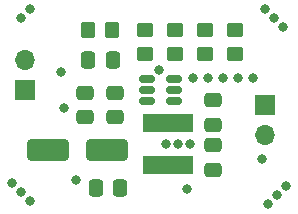
<source format=gbr>
%TF.GenerationSoftware,KiCad,Pcbnew,7.0.5*%
%TF.CreationDate,2023-06-26T08:48:10-07:00*%
%TF.ProjectId,42Vdownto5V,34325664-6f77-46e7-946f-35562e6b6963,rev?*%
%TF.SameCoordinates,Original*%
%TF.FileFunction,Soldermask,Top*%
%TF.FilePolarity,Negative*%
%FSLAX46Y46*%
G04 Gerber Fmt 4.6, Leading zero omitted, Abs format (unit mm)*
G04 Created by KiCad (PCBNEW 7.0.5) date 2023-06-26 08:48:10*
%MOMM*%
%LPD*%
G01*
G04 APERTURE LIST*
G04 Aperture macros list*
%AMRoundRect*
0 Rectangle with rounded corners*
0 $1 Rounding radius*
0 $2 $3 $4 $5 $6 $7 $8 $9 X,Y pos of 4 corners*
0 Add a 4 corners polygon primitive as box body*
4,1,4,$2,$3,$4,$5,$6,$7,$8,$9,$2,$3,0*
0 Add four circle primitives for the rounded corners*
1,1,$1+$1,$2,$3*
1,1,$1+$1,$4,$5*
1,1,$1+$1,$6,$7*
1,1,$1+$1,$8,$9*
0 Add four rect primitives between the rounded corners*
20,1,$1+$1,$2,$3,$4,$5,0*
20,1,$1+$1,$4,$5,$6,$7,0*
20,1,$1+$1,$6,$7,$8,$9,0*
20,1,$1+$1,$8,$9,$2,$3,0*%
G04 Aperture macros list end*
%ADD10RoundRect,0.150000X0.512500X0.150000X-0.512500X0.150000X-0.512500X-0.150000X0.512500X-0.150000X0*%
%ADD11RoundRect,0.250000X0.450000X-0.350000X0.450000X0.350000X-0.450000X0.350000X-0.450000X-0.350000X0*%
%ADD12RoundRect,0.250000X-0.450000X0.350000X-0.450000X-0.350000X0.450000X-0.350000X0.450000X0.350000X0*%
%ADD13RoundRect,0.250000X0.350000X0.450000X-0.350000X0.450000X-0.350000X-0.450000X0.350000X-0.450000X0*%
%ADD14R,4.200000X1.500000*%
%ADD15R,1.700000X1.700000*%
%ADD16O,1.700000X1.700000*%
%ADD17RoundRect,0.250000X1.500000X0.650000X-1.500000X0.650000X-1.500000X-0.650000X1.500000X-0.650000X0*%
%ADD18RoundRect,0.250000X0.337500X0.475000X-0.337500X0.475000X-0.337500X-0.475000X0.337500X-0.475000X0*%
%ADD19RoundRect,0.250000X0.475000X-0.337500X0.475000X0.337500X-0.475000X0.337500X-0.475000X-0.337500X0*%
%ADD20RoundRect,0.250000X-0.475000X0.337500X-0.475000X-0.337500X0.475000X-0.337500X0.475000X0.337500X0*%
%ADD21C,0.800000*%
G04 APERTURE END LIST*
D10*
%TO.C,U1*%
X114432500Y-93660000D03*
X114432500Y-92710000D03*
X114432500Y-91760000D03*
X116707500Y-91760000D03*
X116707500Y-92710000D03*
X116707500Y-93660000D03*
%TD*%
D11*
%TO.C,R5*%
X121920000Y-89630000D03*
X121920000Y-87630000D03*
%TD*%
D12*
%TO.C,R4*%
X119380000Y-87630000D03*
X119380000Y-89630000D03*
%TD*%
%TO.C,R3*%
X114300000Y-87630000D03*
X114300000Y-89630000D03*
%TD*%
D11*
%TO.C,R2*%
X116840000Y-87630000D03*
X116840000Y-89630000D03*
%TD*%
D13*
%TO.C,R1*%
X109490000Y-87630000D03*
X111490000Y-87630000D03*
%TD*%
D14*
%TO.C,L1*%
X116205000Y-95482000D03*
X116205000Y-99082000D03*
%TD*%
D15*
%TO.C,J2*%
X124460000Y-93980000D03*
D16*
X124460000Y-96520000D03*
%TD*%
D15*
%TO.C,J1*%
X104140000Y-92710000D03*
D16*
X104140000Y-90170000D03*
%TD*%
D17*
%TO.C,D1*%
X111085000Y-97790000D03*
X106085000Y-97790000D03*
%TD*%
D18*
%TO.C,C6*%
X112162500Y-100965000D03*
X110087500Y-100965000D03*
%TD*%
D19*
%TO.C,C5*%
X120015000Y-99462500D03*
X120015000Y-97387500D03*
%TD*%
D20*
%TO.C,C4*%
X120015000Y-93577500D03*
X120015000Y-95652500D03*
%TD*%
D18*
%TO.C,C3*%
X111527500Y-90170000D03*
X109452500Y-90170000D03*
%TD*%
D20*
%TO.C,C2*%
X111760000Y-92942500D03*
X111760000Y-95017500D03*
%TD*%
%TO.C,C1*%
X109220000Y-92942500D03*
X109220000Y-95017500D03*
%TD*%
D21*
X108458000Y-100330000D03*
X117856000Y-101092000D03*
X107442000Y-94234000D03*
X107188000Y-91186000D03*
X124714000Y-102362000D03*
X125476000Y-101600000D03*
X126238000Y-100838000D03*
X104524000Y-102108000D03*
X103762000Y-101346000D03*
X103000000Y-100584000D03*
X103762000Y-86614000D03*
X104524000Y-85852000D03*
X125984000Y-87376000D03*
X125222000Y-86614000D03*
X124460000Y-85852000D03*
X123444000Y-91694000D03*
X122174000Y-91694000D03*
X120904000Y-91694000D03*
X119634000Y-91694000D03*
X118364000Y-91694000D03*
X124206000Y-98552000D03*
X118110000Y-97282000D03*
X117094000Y-97282000D03*
X116078000Y-97282000D03*
X115500000Y-91000000D03*
M02*

</source>
